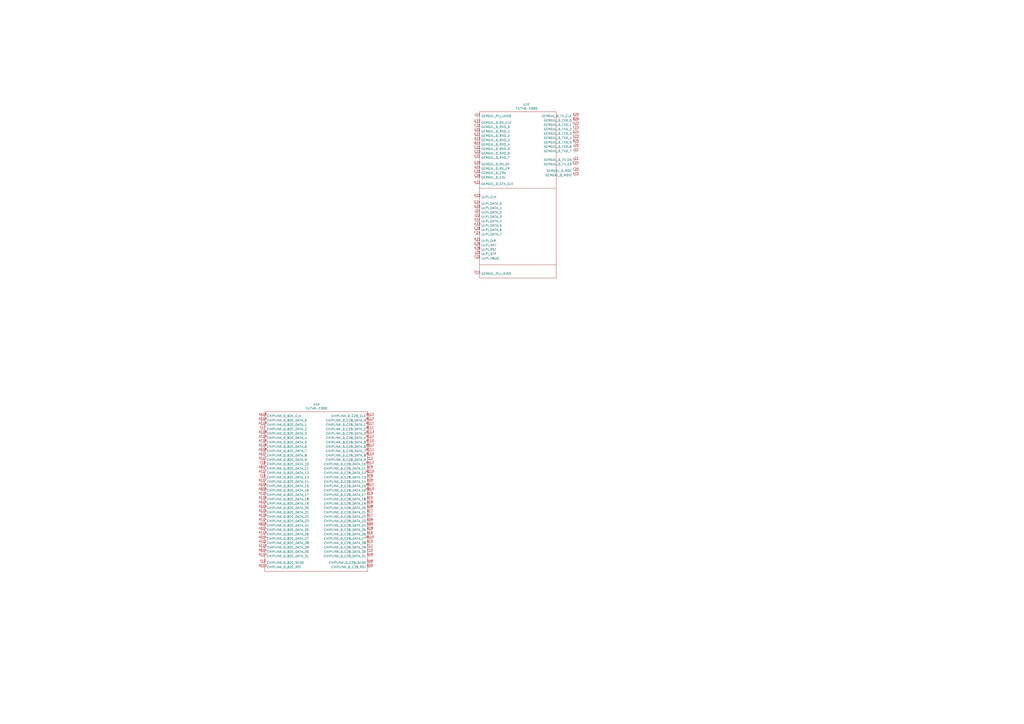
<source format=kicad_sch>
(kicad_sch (version 20231120) (generator "eeschema") (generator_version "8.0")
  (paper "A2")
  (symbol (lib_name "sifive:FU740-C000") (lib_id "sifive:FU740-C000") (at 182.88 236.22 0) (unit 1)
    (property "Reference" "U1" (at 183.515 234.569 0))
    (property "Value" "FU740-C000" (at 183.515 236.8804 0))
    (property "Datasheet" "https://sifive.cdn.prismic.io/sifive/d0556df9-55c6-47a8-b0f2-4b1521546543_hifive-unmatched-datasheet.pdf" (effects (hide yes)))
  )
  (symbol (lib_name "sifive:FU740-C000") (lib_id "sifive:FU740-C000") (at 302.26 62.23 0) (unit 3)
    (property "Reference" "U1" (at 305.435 60.579 0))
    (property "Value" "FU740-C000" (at 305.435 62.8904 0))
    (property "Datasheet" "https://sifive.cdn.prismic.io/sifive/d0556df9-55c6-47a8-b0f2-4b1521546543_hifive-unmatched-datasheet.pdf" (effects (hide yes)))
  )
)
</source>
